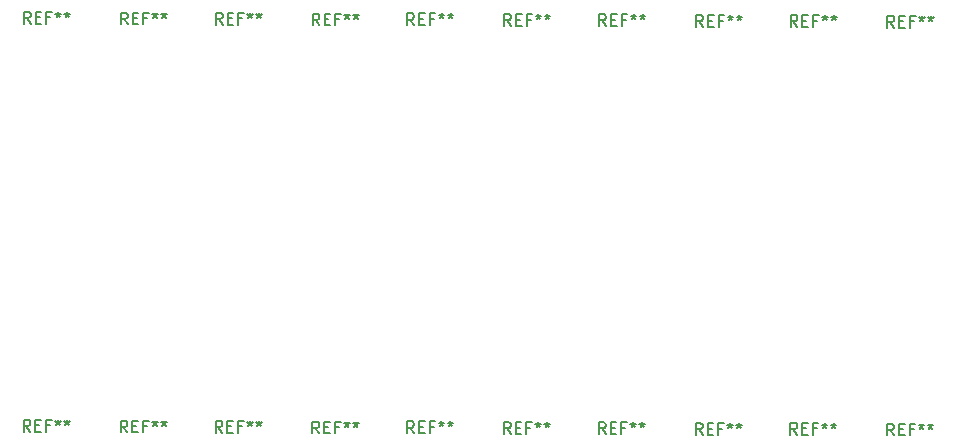
<source format=gbr>
%TF.GenerationSoftware,KiCad,Pcbnew,7.0.1*%
%TF.CreationDate,2023-03-31T11:37:31-07:00*%
%TF.ProjectId,leaf springs,6c656166-2073-4707-9269-6e67732e6b69,rev?*%
%TF.SameCoordinates,Original*%
%TF.FileFunction,Legend,Top*%
%TF.FilePolarity,Positive*%
%FSLAX46Y46*%
G04 Gerber Fmt 4.6, Leading zero omitted, Abs format (unit mm)*
G04 Created by KiCad (PCBNEW 7.0.1) date 2023-03-31 11:37:31*
%MOMM*%
%LPD*%
G01*
G04 APERTURE LIST*
%ADD10C,0.150000*%
G04 APERTURE END LIST*
D10*
%TO.C,REF\u002A\u002A*%
X141266666Y-86392619D02*
X140933333Y-85916428D01*
X140695238Y-86392619D02*
X140695238Y-85392619D01*
X140695238Y-85392619D02*
X141076190Y-85392619D01*
X141076190Y-85392619D02*
X141171428Y-85440238D01*
X141171428Y-85440238D02*
X141219047Y-85487857D01*
X141219047Y-85487857D02*
X141266666Y-85583095D01*
X141266666Y-85583095D02*
X141266666Y-85725952D01*
X141266666Y-85725952D02*
X141219047Y-85821190D01*
X141219047Y-85821190D02*
X141171428Y-85868809D01*
X141171428Y-85868809D02*
X141076190Y-85916428D01*
X141076190Y-85916428D02*
X140695238Y-85916428D01*
X141695238Y-85868809D02*
X142028571Y-85868809D01*
X142171428Y-86392619D02*
X141695238Y-86392619D01*
X141695238Y-86392619D02*
X141695238Y-85392619D01*
X141695238Y-85392619D02*
X142171428Y-85392619D01*
X142933333Y-85868809D02*
X142600000Y-85868809D01*
X142600000Y-86392619D02*
X142600000Y-85392619D01*
X142600000Y-85392619D02*
X143076190Y-85392619D01*
X143600000Y-85392619D02*
X143600000Y-85630714D01*
X143361905Y-85535476D02*
X143600000Y-85630714D01*
X143600000Y-85630714D02*
X143838095Y-85535476D01*
X143457143Y-85821190D02*
X143600000Y-85630714D01*
X143600000Y-85630714D02*
X143742857Y-85821190D01*
X144361905Y-85392619D02*
X144361905Y-85630714D01*
X144123810Y-85535476D02*
X144361905Y-85630714D01*
X144361905Y-85630714D02*
X144600000Y-85535476D01*
X144219048Y-85821190D02*
X144361905Y-85630714D01*
X144361905Y-85630714D02*
X144504762Y-85821190D01*
X133216666Y-86382619D02*
X132883333Y-85906428D01*
X132645238Y-86382619D02*
X132645238Y-85382619D01*
X132645238Y-85382619D02*
X133026190Y-85382619D01*
X133026190Y-85382619D02*
X133121428Y-85430238D01*
X133121428Y-85430238D02*
X133169047Y-85477857D01*
X133169047Y-85477857D02*
X133216666Y-85573095D01*
X133216666Y-85573095D02*
X133216666Y-85715952D01*
X133216666Y-85715952D02*
X133169047Y-85811190D01*
X133169047Y-85811190D02*
X133121428Y-85858809D01*
X133121428Y-85858809D02*
X133026190Y-85906428D01*
X133026190Y-85906428D02*
X132645238Y-85906428D01*
X133645238Y-85858809D02*
X133978571Y-85858809D01*
X134121428Y-86382619D02*
X133645238Y-86382619D01*
X133645238Y-86382619D02*
X133645238Y-85382619D01*
X133645238Y-85382619D02*
X134121428Y-85382619D01*
X134883333Y-85858809D02*
X134550000Y-85858809D01*
X134550000Y-86382619D02*
X134550000Y-85382619D01*
X134550000Y-85382619D02*
X135026190Y-85382619D01*
X135550000Y-85382619D02*
X135550000Y-85620714D01*
X135311905Y-85525476D02*
X135550000Y-85620714D01*
X135550000Y-85620714D02*
X135788095Y-85525476D01*
X135407143Y-85811190D02*
X135550000Y-85620714D01*
X135550000Y-85620714D02*
X135692857Y-85811190D01*
X136311905Y-85382619D02*
X136311905Y-85620714D01*
X136073810Y-85525476D02*
X136311905Y-85620714D01*
X136311905Y-85620714D02*
X136550000Y-85525476D01*
X136169048Y-85811190D02*
X136311905Y-85620714D01*
X136311905Y-85620714D02*
X136454762Y-85811190D01*
X125036666Y-51772619D02*
X124703333Y-51296428D01*
X124465238Y-51772619D02*
X124465238Y-50772619D01*
X124465238Y-50772619D02*
X124846190Y-50772619D01*
X124846190Y-50772619D02*
X124941428Y-50820238D01*
X124941428Y-50820238D02*
X124989047Y-50867857D01*
X124989047Y-50867857D02*
X125036666Y-50963095D01*
X125036666Y-50963095D02*
X125036666Y-51105952D01*
X125036666Y-51105952D02*
X124989047Y-51201190D01*
X124989047Y-51201190D02*
X124941428Y-51248809D01*
X124941428Y-51248809D02*
X124846190Y-51296428D01*
X124846190Y-51296428D02*
X124465238Y-51296428D01*
X125465238Y-51248809D02*
X125798571Y-51248809D01*
X125941428Y-51772619D02*
X125465238Y-51772619D01*
X125465238Y-51772619D02*
X125465238Y-50772619D01*
X125465238Y-50772619D02*
X125941428Y-50772619D01*
X126703333Y-51248809D02*
X126370000Y-51248809D01*
X126370000Y-51772619D02*
X126370000Y-50772619D01*
X126370000Y-50772619D02*
X126846190Y-50772619D01*
X127370000Y-50772619D02*
X127370000Y-51010714D01*
X127131905Y-50915476D02*
X127370000Y-51010714D01*
X127370000Y-51010714D02*
X127608095Y-50915476D01*
X127227143Y-51201190D02*
X127370000Y-51010714D01*
X127370000Y-51010714D02*
X127512857Y-51201190D01*
X128131905Y-50772619D02*
X128131905Y-51010714D01*
X127893810Y-50915476D02*
X128131905Y-51010714D01*
X128131905Y-51010714D02*
X128370000Y-50915476D01*
X127989048Y-51201190D02*
X128131905Y-51010714D01*
X128131905Y-51010714D02*
X128274762Y-51201190D01*
X181946666Y-52052619D02*
X181613333Y-51576428D01*
X181375238Y-52052619D02*
X181375238Y-51052619D01*
X181375238Y-51052619D02*
X181756190Y-51052619D01*
X181756190Y-51052619D02*
X181851428Y-51100238D01*
X181851428Y-51100238D02*
X181899047Y-51147857D01*
X181899047Y-51147857D02*
X181946666Y-51243095D01*
X181946666Y-51243095D02*
X181946666Y-51385952D01*
X181946666Y-51385952D02*
X181899047Y-51481190D01*
X181899047Y-51481190D02*
X181851428Y-51528809D01*
X181851428Y-51528809D02*
X181756190Y-51576428D01*
X181756190Y-51576428D02*
X181375238Y-51576428D01*
X182375238Y-51528809D02*
X182708571Y-51528809D01*
X182851428Y-52052619D02*
X182375238Y-52052619D01*
X182375238Y-52052619D02*
X182375238Y-51052619D01*
X182375238Y-51052619D02*
X182851428Y-51052619D01*
X183613333Y-51528809D02*
X183280000Y-51528809D01*
X183280000Y-52052619D02*
X183280000Y-51052619D01*
X183280000Y-51052619D02*
X183756190Y-51052619D01*
X184280000Y-51052619D02*
X184280000Y-51290714D01*
X184041905Y-51195476D02*
X184280000Y-51290714D01*
X184280000Y-51290714D02*
X184518095Y-51195476D01*
X184137143Y-51481190D02*
X184280000Y-51290714D01*
X184280000Y-51290714D02*
X184422857Y-51481190D01*
X185041905Y-51052619D02*
X185041905Y-51290714D01*
X184803810Y-51195476D02*
X185041905Y-51290714D01*
X185041905Y-51290714D02*
X185280000Y-51195476D01*
X184899048Y-51481190D02*
X185041905Y-51290714D01*
X185041905Y-51290714D02*
X185184762Y-51481190D01*
X133236666Y-51842619D02*
X132903333Y-51366428D01*
X132665238Y-51842619D02*
X132665238Y-50842619D01*
X132665238Y-50842619D02*
X133046190Y-50842619D01*
X133046190Y-50842619D02*
X133141428Y-50890238D01*
X133141428Y-50890238D02*
X133189047Y-50937857D01*
X133189047Y-50937857D02*
X133236666Y-51033095D01*
X133236666Y-51033095D02*
X133236666Y-51175952D01*
X133236666Y-51175952D02*
X133189047Y-51271190D01*
X133189047Y-51271190D02*
X133141428Y-51318809D01*
X133141428Y-51318809D02*
X133046190Y-51366428D01*
X133046190Y-51366428D02*
X132665238Y-51366428D01*
X133665238Y-51318809D02*
X133998571Y-51318809D01*
X134141428Y-51842619D02*
X133665238Y-51842619D01*
X133665238Y-51842619D02*
X133665238Y-50842619D01*
X133665238Y-50842619D02*
X134141428Y-50842619D01*
X134903333Y-51318809D02*
X134570000Y-51318809D01*
X134570000Y-51842619D02*
X134570000Y-50842619D01*
X134570000Y-50842619D02*
X135046190Y-50842619D01*
X135570000Y-50842619D02*
X135570000Y-51080714D01*
X135331905Y-50985476D02*
X135570000Y-51080714D01*
X135570000Y-51080714D02*
X135808095Y-50985476D01*
X135427143Y-51271190D02*
X135570000Y-51080714D01*
X135570000Y-51080714D02*
X135712857Y-51271190D01*
X136331905Y-50842619D02*
X136331905Y-51080714D01*
X136093810Y-50985476D02*
X136331905Y-51080714D01*
X136331905Y-51080714D02*
X136570000Y-50985476D01*
X136189048Y-51271190D02*
X136331905Y-51080714D01*
X136331905Y-51080714D02*
X136474762Y-51271190D01*
X189925346Y-86571299D02*
X189592013Y-86095108D01*
X189353918Y-86571299D02*
X189353918Y-85571299D01*
X189353918Y-85571299D02*
X189734870Y-85571299D01*
X189734870Y-85571299D02*
X189830108Y-85618918D01*
X189830108Y-85618918D02*
X189877727Y-85666537D01*
X189877727Y-85666537D02*
X189925346Y-85761775D01*
X189925346Y-85761775D02*
X189925346Y-85904632D01*
X189925346Y-85904632D02*
X189877727Y-85999870D01*
X189877727Y-85999870D02*
X189830108Y-86047489D01*
X189830108Y-86047489D02*
X189734870Y-86095108D01*
X189734870Y-86095108D02*
X189353918Y-86095108D01*
X190353918Y-86047489D02*
X190687251Y-86047489D01*
X190830108Y-86571299D02*
X190353918Y-86571299D01*
X190353918Y-86571299D02*
X190353918Y-85571299D01*
X190353918Y-85571299D02*
X190830108Y-85571299D01*
X191592013Y-86047489D02*
X191258680Y-86047489D01*
X191258680Y-86571299D02*
X191258680Y-85571299D01*
X191258680Y-85571299D02*
X191734870Y-85571299D01*
X192258680Y-85571299D02*
X192258680Y-85809394D01*
X192020585Y-85714156D02*
X192258680Y-85809394D01*
X192258680Y-85809394D02*
X192496775Y-85714156D01*
X192115823Y-85999870D02*
X192258680Y-85809394D01*
X192258680Y-85809394D02*
X192401537Y-85999870D01*
X193020585Y-85571299D02*
X193020585Y-85809394D01*
X192782490Y-85714156D02*
X193020585Y-85809394D01*
X193020585Y-85809394D02*
X193258680Y-85714156D01*
X192877728Y-85999870D02*
X193020585Y-85809394D01*
X193020585Y-85809394D02*
X193163442Y-85999870D01*
X173746666Y-51982619D02*
X173413333Y-51506428D01*
X173175238Y-51982619D02*
X173175238Y-50982619D01*
X173175238Y-50982619D02*
X173556190Y-50982619D01*
X173556190Y-50982619D02*
X173651428Y-51030238D01*
X173651428Y-51030238D02*
X173699047Y-51077857D01*
X173699047Y-51077857D02*
X173746666Y-51173095D01*
X173746666Y-51173095D02*
X173746666Y-51315952D01*
X173746666Y-51315952D02*
X173699047Y-51411190D01*
X173699047Y-51411190D02*
X173651428Y-51458809D01*
X173651428Y-51458809D02*
X173556190Y-51506428D01*
X173556190Y-51506428D02*
X173175238Y-51506428D01*
X174175238Y-51458809D02*
X174508571Y-51458809D01*
X174651428Y-51982619D02*
X174175238Y-51982619D01*
X174175238Y-51982619D02*
X174175238Y-50982619D01*
X174175238Y-50982619D02*
X174651428Y-50982619D01*
X175413333Y-51458809D02*
X175080000Y-51458809D01*
X175080000Y-51982619D02*
X175080000Y-50982619D01*
X175080000Y-50982619D02*
X175556190Y-50982619D01*
X176080000Y-50982619D02*
X176080000Y-51220714D01*
X175841905Y-51125476D02*
X176080000Y-51220714D01*
X176080000Y-51220714D02*
X176318095Y-51125476D01*
X175937143Y-51411190D02*
X176080000Y-51220714D01*
X176080000Y-51220714D02*
X176222857Y-51411190D01*
X176841905Y-50982619D02*
X176841905Y-51220714D01*
X176603810Y-51125476D02*
X176841905Y-51220714D01*
X176841905Y-51220714D02*
X177080000Y-51125476D01*
X176699048Y-51411190D02*
X176841905Y-51220714D01*
X176841905Y-51220714D02*
X176984762Y-51411190D01*
X149486666Y-51922619D02*
X149153333Y-51446428D01*
X148915238Y-51922619D02*
X148915238Y-50922619D01*
X148915238Y-50922619D02*
X149296190Y-50922619D01*
X149296190Y-50922619D02*
X149391428Y-50970238D01*
X149391428Y-50970238D02*
X149439047Y-51017857D01*
X149439047Y-51017857D02*
X149486666Y-51113095D01*
X149486666Y-51113095D02*
X149486666Y-51255952D01*
X149486666Y-51255952D02*
X149439047Y-51351190D01*
X149439047Y-51351190D02*
X149391428Y-51398809D01*
X149391428Y-51398809D02*
X149296190Y-51446428D01*
X149296190Y-51446428D02*
X148915238Y-51446428D01*
X149915238Y-51398809D02*
X150248571Y-51398809D01*
X150391428Y-51922619D02*
X149915238Y-51922619D01*
X149915238Y-51922619D02*
X149915238Y-50922619D01*
X149915238Y-50922619D02*
X150391428Y-50922619D01*
X151153333Y-51398809D02*
X150820000Y-51398809D01*
X150820000Y-51922619D02*
X150820000Y-50922619D01*
X150820000Y-50922619D02*
X151296190Y-50922619D01*
X151820000Y-50922619D02*
X151820000Y-51160714D01*
X151581905Y-51065476D02*
X151820000Y-51160714D01*
X151820000Y-51160714D02*
X152058095Y-51065476D01*
X151677143Y-51351190D02*
X151820000Y-51160714D01*
X151820000Y-51160714D02*
X151962857Y-51351190D01*
X152581905Y-50922619D02*
X152581905Y-51160714D01*
X152343810Y-51065476D02*
X152581905Y-51160714D01*
X152581905Y-51160714D02*
X152820000Y-51065476D01*
X152439048Y-51351190D02*
X152581905Y-51160714D01*
X152581905Y-51160714D02*
X152724762Y-51351190D01*
X173726666Y-86522619D02*
X173393333Y-86046428D01*
X173155238Y-86522619D02*
X173155238Y-85522619D01*
X173155238Y-85522619D02*
X173536190Y-85522619D01*
X173536190Y-85522619D02*
X173631428Y-85570238D01*
X173631428Y-85570238D02*
X173679047Y-85617857D01*
X173679047Y-85617857D02*
X173726666Y-85713095D01*
X173726666Y-85713095D02*
X173726666Y-85855952D01*
X173726666Y-85855952D02*
X173679047Y-85951190D01*
X173679047Y-85951190D02*
X173631428Y-85998809D01*
X173631428Y-85998809D02*
X173536190Y-86046428D01*
X173536190Y-86046428D02*
X173155238Y-86046428D01*
X174155238Y-85998809D02*
X174488571Y-85998809D01*
X174631428Y-86522619D02*
X174155238Y-86522619D01*
X174155238Y-86522619D02*
X174155238Y-85522619D01*
X174155238Y-85522619D02*
X174631428Y-85522619D01*
X175393333Y-85998809D02*
X175060000Y-85998809D01*
X175060000Y-86522619D02*
X175060000Y-85522619D01*
X175060000Y-85522619D02*
X175536190Y-85522619D01*
X176060000Y-85522619D02*
X176060000Y-85760714D01*
X175821905Y-85665476D02*
X176060000Y-85760714D01*
X176060000Y-85760714D02*
X176298095Y-85665476D01*
X175917143Y-85951190D02*
X176060000Y-85760714D01*
X176060000Y-85760714D02*
X176202857Y-85951190D01*
X176821905Y-85522619D02*
X176821905Y-85760714D01*
X176583810Y-85665476D02*
X176821905Y-85760714D01*
X176821905Y-85760714D02*
X177060000Y-85665476D01*
X176679048Y-85951190D02*
X176821905Y-85760714D01*
X176821905Y-85760714D02*
X176964762Y-85951190D01*
X141286666Y-51852619D02*
X140953333Y-51376428D01*
X140715238Y-51852619D02*
X140715238Y-50852619D01*
X140715238Y-50852619D02*
X141096190Y-50852619D01*
X141096190Y-50852619D02*
X141191428Y-50900238D01*
X141191428Y-50900238D02*
X141239047Y-50947857D01*
X141239047Y-50947857D02*
X141286666Y-51043095D01*
X141286666Y-51043095D02*
X141286666Y-51185952D01*
X141286666Y-51185952D02*
X141239047Y-51281190D01*
X141239047Y-51281190D02*
X141191428Y-51328809D01*
X141191428Y-51328809D02*
X141096190Y-51376428D01*
X141096190Y-51376428D02*
X140715238Y-51376428D01*
X141715238Y-51328809D02*
X142048571Y-51328809D01*
X142191428Y-51852619D02*
X141715238Y-51852619D01*
X141715238Y-51852619D02*
X141715238Y-50852619D01*
X141715238Y-50852619D02*
X142191428Y-50852619D01*
X142953333Y-51328809D02*
X142620000Y-51328809D01*
X142620000Y-51852619D02*
X142620000Y-50852619D01*
X142620000Y-50852619D02*
X143096190Y-50852619D01*
X143620000Y-50852619D02*
X143620000Y-51090714D01*
X143381905Y-50995476D02*
X143620000Y-51090714D01*
X143620000Y-51090714D02*
X143858095Y-50995476D01*
X143477143Y-51281190D02*
X143620000Y-51090714D01*
X143620000Y-51090714D02*
X143762857Y-51281190D01*
X144381905Y-50852619D02*
X144381905Y-51090714D01*
X144143810Y-50995476D02*
X144381905Y-51090714D01*
X144381905Y-51090714D02*
X144620000Y-50995476D01*
X144239048Y-51281190D02*
X144381905Y-51090714D01*
X144381905Y-51090714D02*
X144524762Y-51281190D01*
X189945346Y-52031299D02*
X189612013Y-51555108D01*
X189373918Y-52031299D02*
X189373918Y-51031299D01*
X189373918Y-51031299D02*
X189754870Y-51031299D01*
X189754870Y-51031299D02*
X189850108Y-51078918D01*
X189850108Y-51078918D02*
X189897727Y-51126537D01*
X189897727Y-51126537D02*
X189945346Y-51221775D01*
X189945346Y-51221775D02*
X189945346Y-51364632D01*
X189945346Y-51364632D02*
X189897727Y-51459870D01*
X189897727Y-51459870D02*
X189850108Y-51507489D01*
X189850108Y-51507489D02*
X189754870Y-51555108D01*
X189754870Y-51555108D02*
X189373918Y-51555108D01*
X190373918Y-51507489D02*
X190707251Y-51507489D01*
X190850108Y-52031299D02*
X190373918Y-52031299D01*
X190373918Y-52031299D02*
X190373918Y-51031299D01*
X190373918Y-51031299D02*
X190850108Y-51031299D01*
X191612013Y-51507489D02*
X191278680Y-51507489D01*
X191278680Y-52031299D02*
X191278680Y-51031299D01*
X191278680Y-51031299D02*
X191754870Y-51031299D01*
X192278680Y-51031299D02*
X192278680Y-51269394D01*
X192040585Y-51174156D02*
X192278680Y-51269394D01*
X192278680Y-51269394D02*
X192516775Y-51174156D01*
X192135823Y-51459870D02*
X192278680Y-51269394D01*
X192278680Y-51269394D02*
X192421537Y-51459870D01*
X193040585Y-51031299D02*
X193040585Y-51269394D01*
X192802490Y-51174156D02*
X193040585Y-51269394D01*
X193040585Y-51269394D02*
X193278680Y-51174156D01*
X192897728Y-51459870D02*
X193040585Y-51269394D01*
X193040585Y-51269394D02*
X193183442Y-51459870D01*
X198145346Y-52101299D02*
X197812013Y-51625108D01*
X197573918Y-52101299D02*
X197573918Y-51101299D01*
X197573918Y-51101299D02*
X197954870Y-51101299D01*
X197954870Y-51101299D02*
X198050108Y-51148918D01*
X198050108Y-51148918D02*
X198097727Y-51196537D01*
X198097727Y-51196537D02*
X198145346Y-51291775D01*
X198145346Y-51291775D02*
X198145346Y-51434632D01*
X198145346Y-51434632D02*
X198097727Y-51529870D01*
X198097727Y-51529870D02*
X198050108Y-51577489D01*
X198050108Y-51577489D02*
X197954870Y-51625108D01*
X197954870Y-51625108D02*
X197573918Y-51625108D01*
X198573918Y-51577489D02*
X198907251Y-51577489D01*
X199050108Y-52101299D02*
X198573918Y-52101299D01*
X198573918Y-52101299D02*
X198573918Y-51101299D01*
X198573918Y-51101299D02*
X199050108Y-51101299D01*
X199812013Y-51577489D02*
X199478680Y-51577489D01*
X199478680Y-52101299D02*
X199478680Y-51101299D01*
X199478680Y-51101299D02*
X199954870Y-51101299D01*
X200478680Y-51101299D02*
X200478680Y-51339394D01*
X200240585Y-51244156D02*
X200478680Y-51339394D01*
X200478680Y-51339394D02*
X200716775Y-51244156D01*
X200335823Y-51529870D02*
X200478680Y-51339394D01*
X200478680Y-51339394D02*
X200621537Y-51529870D01*
X201240585Y-51101299D02*
X201240585Y-51339394D01*
X201002490Y-51244156D02*
X201240585Y-51339394D01*
X201240585Y-51339394D02*
X201478680Y-51244156D01*
X201097728Y-51529870D02*
X201240585Y-51339394D01*
X201240585Y-51339394D02*
X201383442Y-51529870D01*
X198125346Y-86641299D02*
X197792013Y-86165108D01*
X197553918Y-86641299D02*
X197553918Y-85641299D01*
X197553918Y-85641299D02*
X197934870Y-85641299D01*
X197934870Y-85641299D02*
X198030108Y-85688918D01*
X198030108Y-85688918D02*
X198077727Y-85736537D01*
X198077727Y-85736537D02*
X198125346Y-85831775D01*
X198125346Y-85831775D02*
X198125346Y-85974632D01*
X198125346Y-85974632D02*
X198077727Y-86069870D01*
X198077727Y-86069870D02*
X198030108Y-86117489D01*
X198030108Y-86117489D02*
X197934870Y-86165108D01*
X197934870Y-86165108D02*
X197553918Y-86165108D01*
X198553918Y-86117489D02*
X198887251Y-86117489D01*
X199030108Y-86641299D02*
X198553918Y-86641299D01*
X198553918Y-86641299D02*
X198553918Y-85641299D01*
X198553918Y-85641299D02*
X199030108Y-85641299D01*
X199792013Y-86117489D02*
X199458680Y-86117489D01*
X199458680Y-86641299D02*
X199458680Y-85641299D01*
X199458680Y-85641299D02*
X199934870Y-85641299D01*
X200458680Y-85641299D02*
X200458680Y-85879394D01*
X200220585Y-85784156D02*
X200458680Y-85879394D01*
X200458680Y-85879394D02*
X200696775Y-85784156D01*
X200315823Y-86069870D02*
X200458680Y-85879394D01*
X200458680Y-85879394D02*
X200601537Y-86069870D01*
X201220585Y-85641299D02*
X201220585Y-85879394D01*
X200982490Y-85784156D02*
X201220585Y-85879394D01*
X201220585Y-85879394D02*
X201458680Y-85784156D01*
X201077728Y-86069870D02*
X201220585Y-85879394D01*
X201220585Y-85879394D02*
X201363442Y-86069870D01*
X125016666Y-86312619D02*
X124683333Y-85836428D01*
X124445238Y-86312619D02*
X124445238Y-85312619D01*
X124445238Y-85312619D02*
X124826190Y-85312619D01*
X124826190Y-85312619D02*
X124921428Y-85360238D01*
X124921428Y-85360238D02*
X124969047Y-85407857D01*
X124969047Y-85407857D02*
X125016666Y-85503095D01*
X125016666Y-85503095D02*
X125016666Y-85645952D01*
X125016666Y-85645952D02*
X124969047Y-85741190D01*
X124969047Y-85741190D02*
X124921428Y-85788809D01*
X124921428Y-85788809D02*
X124826190Y-85836428D01*
X124826190Y-85836428D02*
X124445238Y-85836428D01*
X125445238Y-85788809D02*
X125778571Y-85788809D01*
X125921428Y-86312619D02*
X125445238Y-86312619D01*
X125445238Y-86312619D02*
X125445238Y-85312619D01*
X125445238Y-85312619D02*
X125921428Y-85312619D01*
X126683333Y-85788809D02*
X126350000Y-85788809D01*
X126350000Y-86312619D02*
X126350000Y-85312619D01*
X126350000Y-85312619D02*
X126826190Y-85312619D01*
X127350000Y-85312619D02*
X127350000Y-85550714D01*
X127111905Y-85455476D02*
X127350000Y-85550714D01*
X127350000Y-85550714D02*
X127588095Y-85455476D01*
X127207143Y-85741190D02*
X127350000Y-85550714D01*
X127350000Y-85550714D02*
X127492857Y-85741190D01*
X128111905Y-85312619D02*
X128111905Y-85550714D01*
X127873810Y-85455476D02*
X128111905Y-85550714D01*
X128111905Y-85550714D02*
X128350000Y-85455476D01*
X127969048Y-85741190D02*
X128111905Y-85550714D01*
X128111905Y-85550714D02*
X128254762Y-85741190D01*
X181926666Y-86592619D02*
X181593333Y-86116428D01*
X181355238Y-86592619D02*
X181355238Y-85592619D01*
X181355238Y-85592619D02*
X181736190Y-85592619D01*
X181736190Y-85592619D02*
X181831428Y-85640238D01*
X181831428Y-85640238D02*
X181879047Y-85687857D01*
X181879047Y-85687857D02*
X181926666Y-85783095D01*
X181926666Y-85783095D02*
X181926666Y-85925952D01*
X181926666Y-85925952D02*
X181879047Y-86021190D01*
X181879047Y-86021190D02*
X181831428Y-86068809D01*
X181831428Y-86068809D02*
X181736190Y-86116428D01*
X181736190Y-86116428D02*
X181355238Y-86116428D01*
X182355238Y-86068809D02*
X182688571Y-86068809D01*
X182831428Y-86592619D02*
X182355238Y-86592619D01*
X182355238Y-86592619D02*
X182355238Y-85592619D01*
X182355238Y-85592619D02*
X182831428Y-85592619D01*
X183593333Y-86068809D02*
X183260000Y-86068809D01*
X183260000Y-86592619D02*
X183260000Y-85592619D01*
X183260000Y-85592619D02*
X183736190Y-85592619D01*
X184260000Y-85592619D02*
X184260000Y-85830714D01*
X184021905Y-85735476D02*
X184260000Y-85830714D01*
X184260000Y-85830714D02*
X184498095Y-85735476D01*
X184117143Y-86021190D02*
X184260000Y-85830714D01*
X184260000Y-85830714D02*
X184402857Y-86021190D01*
X185021905Y-85592619D02*
X185021905Y-85830714D01*
X184783810Y-85735476D02*
X185021905Y-85830714D01*
X185021905Y-85830714D02*
X185260000Y-85735476D01*
X184879048Y-86021190D02*
X185021905Y-85830714D01*
X185021905Y-85830714D02*
X185164762Y-86021190D01*
X157496666Y-51902619D02*
X157163333Y-51426428D01*
X156925238Y-51902619D02*
X156925238Y-50902619D01*
X156925238Y-50902619D02*
X157306190Y-50902619D01*
X157306190Y-50902619D02*
X157401428Y-50950238D01*
X157401428Y-50950238D02*
X157449047Y-50997857D01*
X157449047Y-50997857D02*
X157496666Y-51093095D01*
X157496666Y-51093095D02*
X157496666Y-51235952D01*
X157496666Y-51235952D02*
X157449047Y-51331190D01*
X157449047Y-51331190D02*
X157401428Y-51378809D01*
X157401428Y-51378809D02*
X157306190Y-51426428D01*
X157306190Y-51426428D02*
X156925238Y-51426428D01*
X157925238Y-51378809D02*
X158258571Y-51378809D01*
X158401428Y-51902619D02*
X157925238Y-51902619D01*
X157925238Y-51902619D02*
X157925238Y-50902619D01*
X157925238Y-50902619D02*
X158401428Y-50902619D01*
X159163333Y-51378809D02*
X158830000Y-51378809D01*
X158830000Y-51902619D02*
X158830000Y-50902619D01*
X158830000Y-50902619D02*
X159306190Y-50902619D01*
X159830000Y-50902619D02*
X159830000Y-51140714D01*
X159591905Y-51045476D02*
X159830000Y-51140714D01*
X159830000Y-51140714D02*
X160068095Y-51045476D01*
X159687143Y-51331190D02*
X159830000Y-51140714D01*
X159830000Y-51140714D02*
X159972857Y-51331190D01*
X160591905Y-50902619D02*
X160591905Y-51140714D01*
X160353810Y-51045476D02*
X160591905Y-51140714D01*
X160591905Y-51140714D02*
X160830000Y-51045476D01*
X160449048Y-51331190D02*
X160591905Y-51140714D01*
X160591905Y-51140714D02*
X160734762Y-51331190D01*
X165696666Y-51972619D02*
X165363333Y-51496428D01*
X165125238Y-51972619D02*
X165125238Y-50972619D01*
X165125238Y-50972619D02*
X165506190Y-50972619D01*
X165506190Y-50972619D02*
X165601428Y-51020238D01*
X165601428Y-51020238D02*
X165649047Y-51067857D01*
X165649047Y-51067857D02*
X165696666Y-51163095D01*
X165696666Y-51163095D02*
X165696666Y-51305952D01*
X165696666Y-51305952D02*
X165649047Y-51401190D01*
X165649047Y-51401190D02*
X165601428Y-51448809D01*
X165601428Y-51448809D02*
X165506190Y-51496428D01*
X165506190Y-51496428D02*
X165125238Y-51496428D01*
X166125238Y-51448809D02*
X166458571Y-51448809D01*
X166601428Y-51972619D02*
X166125238Y-51972619D01*
X166125238Y-51972619D02*
X166125238Y-50972619D01*
X166125238Y-50972619D02*
X166601428Y-50972619D01*
X167363333Y-51448809D02*
X167030000Y-51448809D01*
X167030000Y-51972619D02*
X167030000Y-50972619D01*
X167030000Y-50972619D02*
X167506190Y-50972619D01*
X168030000Y-50972619D02*
X168030000Y-51210714D01*
X167791905Y-51115476D02*
X168030000Y-51210714D01*
X168030000Y-51210714D02*
X168268095Y-51115476D01*
X167887143Y-51401190D02*
X168030000Y-51210714D01*
X168030000Y-51210714D02*
X168172857Y-51401190D01*
X168791905Y-50972619D02*
X168791905Y-51210714D01*
X168553810Y-51115476D02*
X168791905Y-51210714D01*
X168791905Y-51210714D02*
X169030000Y-51115476D01*
X168649048Y-51401190D02*
X168791905Y-51210714D01*
X168791905Y-51210714D02*
X168934762Y-51401190D01*
X149466666Y-86462619D02*
X149133333Y-85986428D01*
X148895238Y-86462619D02*
X148895238Y-85462619D01*
X148895238Y-85462619D02*
X149276190Y-85462619D01*
X149276190Y-85462619D02*
X149371428Y-85510238D01*
X149371428Y-85510238D02*
X149419047Y-85557857D01*
X149419047Y-85557857D02*
X149466666Y-85653095D01*
X149466666Y-85653095D02*
X149466666Y-85795952D01*
X149466666Y-85795952D02*
X149419047Y-85891190D01*
X149419047Y-85891190D02*
X149371428Y-85938809D01*
X149371428Y-85938809D02*
X149276190Y-85986428D01*
X149276190Y-85986428D02*
X148895238Y-85986428D01*
X149895238Y-85938809D02*
X150228571Y-85938809D01*
X150371428Y-86462619D02*
X149895238Y-86462619D01*
X149895238Y-86462619D02*
X149895238Y-85462619D01*
X149895238Y-85462619D02*
X150371428Y-85462619D01*
X151133333Y-85938809D02*
X150800000Y-85938809D01*
X150800000Y-86462619D02*
X150800000Y-85462619D01*
X150800000Y-85462619D02*
X151276190Y-85462619D01*
X151800000Y-85462619D02*
X151800000Y-85700714D01*
X151561905Y-85605476D02*
X151800000Y-85700714D01*
X151800000Y-85700714D02*
X152038095Y-85605476D01*
X151657143Y-85891190D02*
X151800000Y-85700714D01*
X151800000Y-85700714D02*
X151942857Y-85891190D01*
X152561905Y-85462619D02*
X152561905Y-85700714D01*
X152323810Y-85605476D02*
X152561905Y-85700714D01*
X152561905Y-85700714D02*
X152800000Y-85605476D01*
X152419048Y-85891190D02*
X152561905Y-85700714D01*
X152561905Y-85700714D02*
X152704762Y-85891190D01*
X165676666Y-86512619D02*
X165343333Y-86036428D01*
X165105238Y-86512619D02*
X165105238Y-85512619D01*
X165105238Y-85512619D02*
X165486190Y-85512619D01*
X165486190Y-85512619D02*
X165581428Y-85560238D01*
X165581428Y-85560238D02*
X165629047Y-85607857D01*
X165629047Y-85607857D02*
X165676666Y-85703095D01*
X165676666Y-85703095D02*
X165676666Y-85845952D01*
X165676666Y-85845952D02*
X165629047Y-85941190D01*
X165629047Y-85941190D02*
X165581428Y-85988809D01*
X165581428Y-85988809D02*
X165486190Y-86036428D01*
X165486190Y-86036428D02*
X165105238Y-86036428D01*
X166105238Y-85988809D02*
X166438571Y-85988809D01*
X166581428Y-86512619D02*
X166105238Y-86512619D01*
X166105238Y-86512619D02*
X166105238Y-85512619D01*
X166105238Y-85512619D02*
X166581428Y-85512619D01*
X167343333Y-85988809D02*
X167010000Y-85988809D01*
X167010000Y-86512619D02*
X167010000Y-85512619D01*
X167010000Y-85512619D02*
X167486190Y-85512619D01*
X168010000Y-85512619D02*
X168010000Y-85750714D01*
X167771905Y-85655476D02*
X168010000Y-85750714D01*
X168010000Y-85750714D02*
X168248095Y-85655476D01*
X167867143Y-85941190D02*
X168010000Y-85750714D01*
X168010000Y-85750714D02*
X168152857Y-85941190D01*
X168771905Y-85512619D02*
X168771905Y-85750714D01*
X168533810Y-85655476D02*
X168771905Y-85750714D01*
X168771905Y-85750714D02*
X169010000Y-85655476D01*
X168629048Y-85941190D02*
X168771905Y-85750714D01*
X168771905Y-85750714D02*
X168914762Y-85941190D01*
X157476666Y-86442619D02*
X157143333Y-85966428D01*
X156905238Y-86442619D02*
X156905238Y-85442619D01*
X156905238Y-85442619D02*
X157286190Y-85442619D01*
X157286190Y-85442619D02*
X157381428Y-85490238D01*
X157381428Y-85490238D02*
X157429047Y-85537857D01*
X157429047Y-85537857D02*
X157476666Y-85633095D01*
X157476666Y-85633095D02*
X157476666Y-85775952D01*
X157476666Y-85775952D02*
X157429047Y-85871190D01*
X157429047Y-85871190D02*
X157381428Y-85918809D01*
X157381428Y-85918809D02*
X157286190Y-85966428D01*
X157286190Y-85966428D02*
X156905238Y-85966428D01*
X157905238Y-85918809D02*
X158238571Y-85918809D01*
X158381428Y-86442619D02*
X157905238Y-86442619D01*
X157905238Y-86442619D02*
X157905238Y-85442619D01*
X157905238Y-85442619D02*
X158381428Y-85442619D01*
X159143333Y-85918809D02*
X158810000Y-85918809D01*
X158810000Y-86442619D02*
X158810000Y-85442619D01*
X158810000Y-85442619D02*
X159286190Y-85442619D01*
X159810000Y-85442619D02*
X159810000Y-85680714D01*
X159571905Y-85585476D02*
X159810000Y-85680714D01*
X159810000Y-85680714D02*
X160048095Y-85585476D01*
X159667143Y-85871190D02*
X159810000Y-85680714D01*
X159810000Y-85680714D02*
X159952857Y-85871190D01*
X160571905Y-85442619D02*
X160571905Y-85680714D01*
X160333810Y-85585476D02*
X160571905Y-85680714D01*
X160571905Y-85680714D02*
X160810000Y-85585476D01*
X160429048Y-85871190D02*
X160571905Y-85680714D01*
X160571905Y-85680714D02*
X160714762Y-85871190D01*
%TD*%
M02*

</source>
